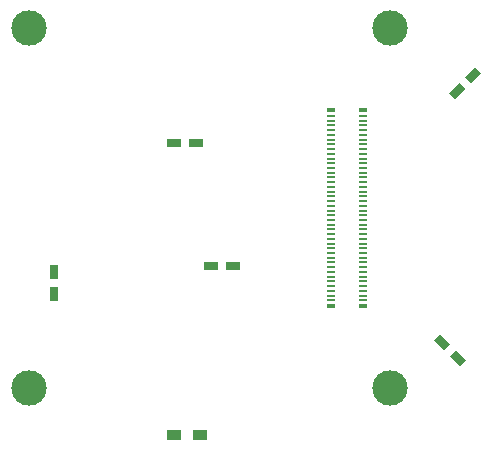
<source format=gbp>
G04 #@! TF.FileFunction,Paste,Bot*
%FSLAX46Y46*%
G04 Gerber Fmt 4.6, Leading zero omitted, Abs format (unit mm)*
G04 Created by KiCad (PCBNEW 4.0.1-stable) date Wednesday, April 13, 2016 'PMt' 12:19:44 PM*
%MOMM*%
G01*
G04 APERTURE LIST*
%ADD10C,0.100000*%
%ADD11C,3.000000*%
%ADD12R,0.660000X0.230000*%
%ADD13R,0.660000X0.350000*%
%ADD14R,1.200000X0.750000*%
%ADD15R,0.750000X1.200000*%
%ADD16R,1.200000X0.900000*%
G04 APERTURE END LIST*
D10*
D11*
X163250000Y-123250000D03*
D12*
X161005000Y-115800000D03*
X158295000Y-115800000D03*
X161005000Y-100200000D03*
X158295000Y-100200000D03*
X161005000Y-115400000D03*
X161005000Y-115000000D03*
X161005000Y-114600000D03*
X161005000Y-114200000D03*
X161005000Y-113800000D03*
X161005000Y-113400000D03*
X161005000Y-113000000D03*
X161005000Y-112600000D03*
X161005000Y-112200000D03*
X161005000Y-111800000D03*
X161005000Y-111400000D03*
X161005000Y-111000000D03*
X161005000Y-110600000D03*
X161005000Y-110200000D03*
X161005000Y-109800000D03*
X161005000Y-109400000D03*
X161005000Y-109000000D03*
X161005000Y-108600000D03*
X161005000Y-108200000D03*
X161005000Y-107800000D03*
X161005000Y-107400000D03*
X161005000Y-107000000D03*
X161005000Y-106600000D03*
X161005000Y-106200000D03*
X161005000Y-105800000D03*
X161005000Y-105400000D03*
X161005000Y-105000000D03*
X161005000Y-104600000D03*
X161005000Y-104200000D03*
X161005000Y-103800000D03*
X161005000Y-103400000D03*
X161005000Y-103000000D03*
X161005000Y-102600000D03*
X161005000Y-102200000D03*
X161005000Y-101800000D03*
X161005000Y-101400000D03*
X161005000Y-101000000D03*
X161005000Y-100600000D03*
D13*
X161005000Y-99725000D03*
X158295000Y-99725000D03*
X161005000Y-116275000D03*
X158295000Y-116275000D03*
D12*
X158295000Y-100600000D03*
X158295000Y-101000000D03*
X158295000Y-101400000D03*
X158295000Y-101800000D03*
X158295000Y-102200000D03*
X158295000Y-102600000D03*
X158295000Y-103000000D03*
X158295000Y-103400000D03*
X158295000Y-103800000D03*
X158295000Y-104200000D03*
X158295000Y-104600000D03*
X158295000Y-105000000D03*
X158295000Y-105400000D03*
X158295000Y-105800000D03*
X158295000Y-106200000D03*
X158295000Y-106600000D03*
X158295000Y-107000000D03*
X158295000Y-107400000D03*
X158295000Y-107800000D03*
X158295000Y-108200000D03*
X158295000Y-108600000D03*
X158295000Y-109000000D03*
X158295000Y-109400000D03*
X158295000Y-109800000D03*
X158295000Y-110200000D03*
X158295000Y-110600000D03*
X158295000Y-111000000D03*
X158295000Y-111400000D03*
X158295000Y-111800000D03*
X158295000Y-112200000D03*
X158295000Y-112600000D03*
X158295000Y-113000000D03*
X158295000Y-113400000D03*
X158295000Y-113800000D03*
X158295000Y-114200000D03*
X158295000Y-114600000D03*
X158295000Y-115000000D03*
X158295000Y-115400000D03*
D11*
X132750000Y-92750000D03*
X163250000Y-92750000D03*
X132750000Y-123250000D03*
D14*
X148100000Y-112900000D03*
X150000000Y-112900000D03*
D15*
X134850000Y-113400000D03*
X134850000Y-115300000D03*
D14*
X144950000Y-102500000D03*
X146850000Y-102500000D03*
D10*
G36*
X170480850Y-96038820D02*
X171011180Y-96569150D01*
X170162652Y-97417678D01*
X169632322Y-96887348D01*
X170480850Y-96038820D01*
X170480850Y-96038820D01*
G37*
G36*
X169137348Y-97382322D02*
X169667678Y-97912652D01*
X168819150Y-98761180D01*
X168288820Y-98230850D01*
X169137348Y-97382322D01*
X169137348Y-97382322D01*
G37*
G36*
X169739429Y-120859099D02*
X169209099Y-121389429D01*
X168360571Y-120540901D01*
X168890901Y-120010571D01*
X169739429Y-120859099D01*
X169739429Y-120859099D01*
G37*
G36*
X168395927Y-119515597D02*
X167865597Y-120045927D01*
X167017069Y-119197399D01*
X167547399Y-118667069D01*
X168395927Y-119515597D01*
X168395927Y-119515597D01*
G37*
D16*
X147150000Y-127200000D03*
X144950000Y-127200000D03*
M02*

</source>
